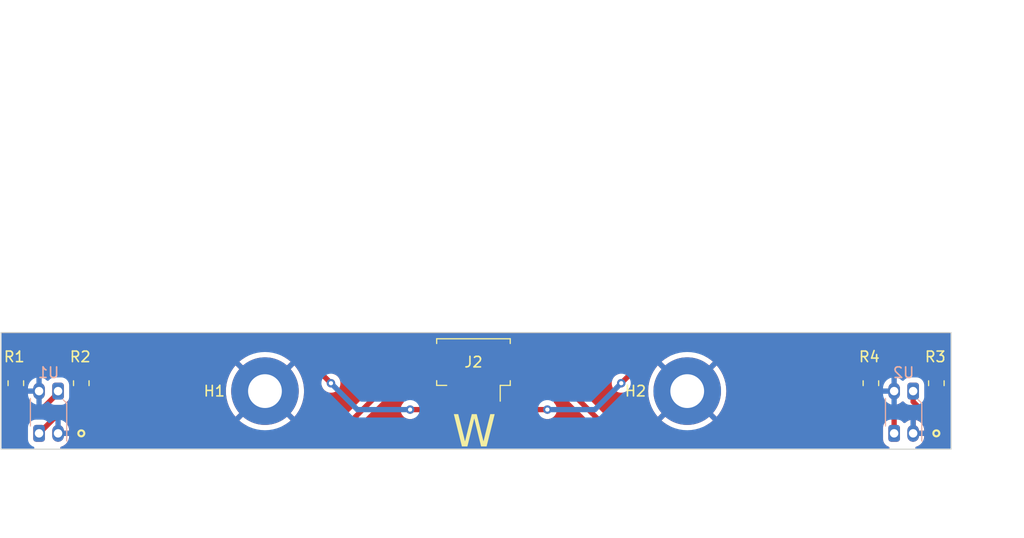
<source format=kicad_pcb>
(kicad_pcb (version 20240108) (generator "pcbnew") (generator_version "8.0")
  (layers (0 "F.Cu" signal) (31 "B.Cu" signal) (34 "B.Paste" user) (35 "F.Paste" user) (36 "B.SilkS" user "B.Silkscreen") (37 "F.SilkS" user "F.Silkscreen") (38 "B.Mask" user) (39 "F.Mask" user) (44 "Edge.Cuts" user))
  (net 0 "")
  (net 1 "Net-(U1-A)")
  (net 2 "+3V3")
  (net 3 "QRE1113 A")
  (net 4 "Net-(U2-A)")
  (net 5 "QRE1113 B")
  (net 6 "GND")
  (footprint "MountingHole:MountingHole_3.2mm_M3_Pad" (layer "F.Cu") (at 117.5 68)
    (property "Reference" "H1" (at -4.8 0 0) (layer "F.SilkS"))
    (property "Value" "M3")
    (pad "1" thru_hole circle (at 0 0) (size 6.4 6.4) (drill 3.2) (layers "*.Cu" "*.Mask") (net 6 "GND"))
  )
  (footprint "Resistor_SMD:R_0805_2012Metric_Pad1.20x1.40mm_HandSolder" (layer "F.Cu") (at 181.1 67.25 90)
    (property "Reference" "R3" (at 2.5 -0.1 180) (layer "F.SilkS"))
    (property "Value" "100")
    (fp_line (start -0.227064 -0.735) (end 0.227064 -0.735) (stroke (width 0.12)) (layer "F.SilkS"))
    (fp_line (start -0.227064 0.735) (end 0.227064 0.735) (stroke (width 0.12)) (layer "F.SilkS"))
    (pad "1" smd roundrect (at -1 0 90) (size 1.2 1.4) (layers "F.Cu" "F.Paste" "F.Mask") (roundrect_rratio 0.208333) (net 4 "Net-(U2-A)"))
    (pad "2" smd roundrect (at 1 0 90) (size 1.2 1.4) (layers "F.Cu" "F.Paste" "F.Mask") (roundrect_rratio 0.208333) (net 2 "+3V3"))
  )
  (footprint "MountingHole:MountingHole_3.2mm_M3_Pad" (layer "F.Cu") (at 157.5 68)
    (property "Reference" "H2" (at -4.9 0 0) (layer "F.SilkS"))
    (property "Value" "M3")
    (pad "1" thru_hole circle (at 0 0) (size 6.4 6.4) (drill 3.2) (layers "*.Cu" "*.Mask") (net 6 "GND"))
  )
  (footprint "Resistor_SMD:R_0805_2012Metric_Pad1.20x1.40mm_HandSolder" (layer "F.Cu") (at 174.9 67.25 -90)
    (property "Reference" "R4" (at -2.5 0.15 0) (layer "F.SilkS"))
    (property "Value" "10k")
    (fp_line (start -0.227064 0.735) (end 0.227064 0.735) (stroke (width 0.12)) (layer "F.SilkS"))
    (fp_line (start -0.227064 -0.735) (end 0.227064 -0.735) (stroke (width 0.12)) (layer "F.SilkS"))
    (pad "1" smd roundrect (at -1 0 270) (size 1.2 1.4) (layers "F.Cu" "F.Paste" "F.Mask") (roundrect_rratio 0.208333) (net 2 "+3V3"))
    (pad "2" smd roundrect (at 1 0 270) (size 1.2 1.4) (layers "F.Cu" "F.Paste" "F.Mask") (roundrect_rratio 0.208333) (net 5 "QRE1113 B"))
  )
  (footprint "Connector_Molex:Molex_PicoBlade_53261-0471_1x04-1MP_P1.25mm_Horizontal" (layer "F.Cu") (at 137.25 65.75 180)
    (property "Reference" "J2" (at 0 0.5 0) (layer "F.SilkS"))
    (property "Value" "Conn_01x04_Pin" (hide yes))
    (fp_line (start 3.485 2.71) (end 3.485 2.26) (stroke (width 0.12)) (layer "F.SilkS"))
    (fp_line (start 3.485 -1.26) (end 3.485 -1.71) (stroke (width 0.12)) (layer "F.SilkS"))
    (fp_line (start 3.485 -1.71) (end 2.535 -1.71) (stroke (width 0.12)) (layer "F.SilkS"))
    (fp_line (start -2.535 -1.71) (end -2.535 -3.2) (stroke (width 0.12)) (layer "F.SilkS"))
    (fp_line (start -3.485 2.71) (end 3.485 2.71) (stroke (width 0.12)) (layer "F.SilkS"))
    (fp_line (start -3.485 2.26) (end -3.485 2.71) (stroke (width 0.12)) (layer "F.SilkS"))
    (fp_line (start -3.485 -1.26) (end -3.485 -1.71) (stroke (width 0.12)) (layer "F.SilkS"))
    (fp_line (start -3.485 -1.71) (end -2.535 -1.71) (stroke (width 0.12)) (layer "F.SilkS"))
    (pad "1" smd roundrect (at -1.875 -2.4 180) (size 0.8 1.6) (layers "F.Cu" "F.Paste" "F.Mask") (net 5 "QRE1113 B"))
    (pad "2" smd roundrect (at -0.625 -2.4 180) (size 0.8 1.6) (layers "F.Cu" "F.Paste" "F.Mask") (net 2 "+3V3"))
    (pad "3" smd roundrect (at 0.625 -2.4 180) (size 0.8 1.6) (layers "F.Cu" "F.Paste" "F.Mask") (net 6 "GND"))
    (pad "4" smd roundrect (at 1.875 -2.4 180) (size 0.8 1.6) (layers "F.Cu" "F.Paste" "F.Mask") (net 3 "QRE1113 A"))
    (pad "MP" smd roundrect (at -4.425 0.5 180) (size 2.1 3) (layers "F.Cu" "F.Paste" "F.Mask") (roundrect_rratio 0.119048))
    (pad "MP" smd roundrect (at 4.425 0.5 180) (size 2.1 3) (layers "F.Cu" "F.Paste" "F.Mask") (roundrect_rratio 0.119048))
  )
  (footprint "Resistor_SMD:R_0805_2012Metric_Pad1.20x1.40mm_HandSolder" (layer "F.Cu") (at 93.9 67.25 90)
    (property "Reference" "R1" (at 2.5 -0.15 180) (layer "F.SilkS"))
    (property "Value" "100")
    (fp_line (start -0.227064 -0.735) (end 0.227064 -0.735) (stroke (width 0.12)) (layer "F.SilkS"))
    (fp_line (start -0.227064 0.735) (end 0.227064 0.735) (stroke (width 0.12)) (layer "F.SilkS"))
    (pad "1" smd roundrect (at -1 0 90) (size 1.2 1.4) (layers "F.Cu" "F.Paste" "F.Mask") (roundrect_rratio 0.208333) (net 1 "Net-(U1-A)"))
    (pad "2" smd roundrect (at 1 0 90) (size 1.2 1.4) (layers "F.Cu" "F.Paste" "F.Mask") (roundrect_rratio 0.208333) (net 2 "+3V3"))
  )
  (footprint "Resistor_SMD:R_0805_2012Metric_Pad1.20x1.40mm_HandSolder" (layer "F.Cu") (at 100.1 67.25 -90)
    (property "Reference" "R2" (at -2.5 0.1 0) (layer "F.SilkS"))
    (property "Value" "10k")
    (fp_line (start -0.227064 0.735) (end 0.227064 0.735) (stroke (width 0.12)) (layer "F.SilkS"))
    (fp_line (start -0.227064 -0.735) (end 0.227064 -0.735) (stroke (width 0.12)) (layer "F.SilkS"))
    (pad "1" smd roundrect (at -1 0 270) (size 1.2 1.4) (layers "F.Cu" "F.Paste" "F.Mask") (roundrect_rratio 0.208333) (net 2 "+3V3"))
    (pad "2" smd roundrect (at 1 0 270) (size 1.2 1.4) (layers "F.Cu" "F.Paste" "F.Mask") (roundrect_rratio 0.208333) (net 3 "QRE1113 A"))
  )
  (footprint "qre_miniboard_library:OnSemi_CASE100AQ - QRE1113" (layer "B.Cu") (at 178.9 68 180)
    (property "Reference" "U2" (at 0.9 1.75 180) (layer "B.SilkS") (effects (justify mirror)))
    (property "Value" "QRE1113" (hide yes))
    (fp_line (start 2.62 -3.3) (end 2.62 -0.7) (stroke (width 0.12)) (layer "B.SilkS"))
    (fp_line (start -0.49 -0.82) (end -0.82 -1.15) (stroke (width 0.12)) (layer "B.SilkS"))
    (fp_line (start -0.82 -1.15) (end -0.82 -4.73) (stroke (width 0.12)) (layer "B.SilkS"))
    (pad "1" thru_hole roundrect (at 0 0 180) (size 1.1 1.6) (drill 0.8) (layers "*.Cu" "*.Mask") (net 4 "Net-(U2-A)"))
    (pad "2" thru_hole oval (at 0 -4 180) (size 1.1 1.6) (drill 0.8) (layers "*.Cu" "*.Mask") (net 6 "GND"))
    (pad "3" thru_hole roundrect (at 1.8 -4 180) (size 1.1 1.6) (drill 0.8) (layers "*.Cu" "*.Mask") (net 5 "QRE1113 B"))
    (pad "4" thru_hole oval (at 1.8 0 180) (size 1.1 1.6) (drill 0.8) (layers "*.Cu" "*.Mask") (net 6 "GND"))
  )
  (footprint "qre_miniboard_library:OnSemi_CASE100AQ - QRE1113" (layer "B.Cu") (at 97.9 68 180)
    (property "Reference" "U1" (at 0.9 1.75 180) (layer "B.SilkS") (effects (justify mirror)))
    (property "Value" "QRE1113" (hide yes))
    (fp_line (start 2.62 -3.3) (end 2.62 -0.7) (stroke (width 0.12)) (layer "B.SilkS"))
    (fp_line (start -0.49 -0.82) (end -0.82 -1.15) (stroke (width 0.12)) (layer "B.SilkS"))
    (fp_line (start -0.82 -1.15) (end -0.82 -4.73) (stroke (width 0.12)) (layer "B.SilkS"))
    (pad "1" thru_hole roundrect (at 0 0 180) (size 1.1 1.6) (drill 0.8) (layers "*.Cu" "*.Mask") (net 1 "Net-(U1-A)"))
    (pad "2" thru_hole oval (at 0 -4 180) (size 1.1 1.6) (drill 0.8) (layers "*.Cu" "*.Mask") (net 6 "GND"))
    (pad "3" thru_hole roundrect (at 1.8 -4 180) (size 1.1 1.6) (drill 0.8) (layers "*.Cu" "*.Mask") (net 3 "QRE1113 A"))
    (pad "4" thru_hole oval (at 1.8 0 180) (size 1.1 1.6) (drill 0.8) (layers "*.Cu" "*.Mask") (net 6 "GND"))
  )
  (gr_circle (center 100.1 72) (end 100.382843 72) (stroke (width 0.2)) (fill none) (layer "F.SilkS"))
  (gr_circle (center 181.1 72) (end 181.382843 72) (stroke (width 0.2)) (fill none) (layer "F.SilkS"))
  (gr_rect (start 92.5 62.45) (end 182.5 73.5) (stroke (width 0.1)) (fill none) (layer "Edge.Cuts"))
  (gr_text "W" (at 135.25 73.75 0) (layer "F.SilkS") (effects (font (size 3 3)) (justify left bottom)))
  (segment (start 93.9 68.25) (end 93.9 68.9) (width 0.5) (layer "F.Cu") (net 1))
  (segment (start 97.9 68.175) (end 97.9 68) (width 0.5) (layer "F.Cu") (net 1))
  (segment (start 93.9 68.9) (end 94.75 69.75) (width 0.5) (layer "F.Cu") (net 1))
  (segment (start 94.75 69.75) (end 96.325 69.75) (width 0.5) (layer "F.Cu") (net 1))
  (segment (start 96.325 69.75) (end 97.9 68.175) (width 0.5) (layer "F.Cu") (net 1))
  (segment (start 137.875 68.119239) (end 137.875 67.65) (width 0.5) (layer "F.Cu") (net 2))
  (segment (start 137.875 68.625) (end 137.875 68.375) (width 0.5) (layer "F.Cu") (net 2))
  (segment (start 104.35 63.75) (end 101.85 66.25) (width 0.5) (layer "F.Cu") (net 2))
  (segment (start 123.75 67.25) (end 120.25 63.75) (width 0.5) (layer "F.Cu") (net 2))
  (segment (start 137 69.75) (end 137.875 68.875) (width 0.5) (layer "F.Cu") (net 2))
  (segment (start 137.875 68.875) (end 137.875 68.625) (width 0.5) (layer "F.Cu") (net 2))
  (segment (start 120.25 63.75) (end 104.35 63.75) (width 0.5) (layer "F.Cu") (net 2))
  (segment (start 131.25 69.75) (end 137 69.75) (width 0.5) (layer "F.Cu") (net 2))
  (segment (start 174.9 66.25) (end 173.35 66.25) (width 0.5) (layer "F.Cu") (net 2))
  (segment (start 101.85 66.25) (end 100.1 66.25) (width 0.5) (layer "F.Cu") (net 2))
  (segment (start 154.75 63.75) (end 151.25 67.25) (width 0.5) (layer "F.Cu") (net 2))
  (segment (start 144.25 69.75) (end 138.75 69.75) (width 0.5) (layer "F.Cu") (net 2))
  (segment (start 174.9 66.25) (end 181.1 66.25) (width 0.5) (layer "F.Cu") (net 2))
  (segment (start 170.85 63.75) (end 154.75 63.75) (width 0.5) (layer "F.Cu") (net 2))
  (segment (start 138.75 69.75) (end 137.875 68.875) (width 0.5) (layer "F.Cu") (net 2))
  (segment (start 137.875 68.375) (end 137.875 68.119239) (width 0.5) (layer "F.Cu") (net 2))
  (segment (start 100.1 66.25) (end 93.9 66.25) (width 0.5) (layer "F.Cu") (net 2))
  (segment (start 173.35 66.25) (end 170.85 63.75) (width 0.5) (layer "F.Cu") (net 2))
  (via (at 151.25 67.25) (size 0.8) (drill 0.4) (layers "F.Cu" "B.Cu") (net 2))
  (via (at 144.25 69.75) (size 0.8) (drill 0.4) (layers "F.Cu" "B.Cu") (net 2))
  (via (at 123.75 67.25) (size 0.8) (drill 0.4) (layers "F.Cu" "B.Cu") (net 2))
  (via (at 131.25 69.75) (size 0.8) (drill 0.4) (layers "F.Cu" "B.Cu") (net 2))
  (segment (start 148.75 69.75) (end 151.25 67.25) (width 0.5) (layer "B.Cu") (net 2))
  (segment (start 131.25 69.75) (end 126.25 69.75) (width 0.5) (layer "B.Cu") (net 2))
  (segment (start 126.25 69.75) (end 123.75 67.25) (width 0.5) (layer "B.Cu") (net 2))
  (segment (start 144.25 69.75) (end 148.75 69.75) (width 0.5) (layer "B.Cu") (net 2))
  (segment (start 100.35 68.25) (end 100.1 68.25) (width 0.5) (layer "F.Cu") (net 3))
  (segment (start 128.35 68.15) (end 124.25 72.25) (width 0.5) (layer "F.Cu") (net 3))
  (segment (start 135.375 68.15) (end 128.35 68.15) (width 0.5) (layer "F.Cu") (net 3))
  (segment (start 104.35 72.25) (end 100.35 68.25) (width 0.5) (layer "F.Cu") (net 3))
  (segment (start 124.25 72.25) (end 104.35 72.25) (width 0.5) (layer "F.Cu") (net 3))
  (segment (start 100.1 68.25) (end 99.85 68.25) (width 0.5) (layer "F.Cu") (net 3))
  (segment (start 99.85 68.25) (end 96.1 72) (width 0.5) (layer "F.Cu") (net 3))
  (segment (start 180.6 69.65) (end 179.55 69.65) (width 0.5) (layer "F.Cu") (net 4))
  (segment (start 181.1 68.25) (end 181.1 69.15) (width 0.5) (layer "F.Cu") (net 4))
  (segment (start 178.9 69) (end 178.9 68) (width 0.5) (layer "F.Cu") (net 4))
  (segment (start 178.9 68) (end 178.9 67.8) (width 0.5) (layer "F.Cu") (net 4))
  (segment (start 181.1 69.15) (end 180.6 69.65) (width 0.5) (layer "F.Cu") (net 4))
  (segment (start 179.55 69.65) (end 178.9 69) (width 0.5) (layer "F.Cu") (net 4))
  (segment (start 174.9 68.25) (end 177.1 70.45) (width 0.5) (layer "F.Cu") (net 5))
  (segment (start 170.9 72.25) (end 150.6375 72.25) (width 0.5) (layer "F.Cu") (net 5))
  (segment (start 146.5375 68.15) (end 139.125 68.15) (width 0.5) (layer "F.Cu") (net 5))
  (segment (start 174.9 68.25) (end 170.9 72.25) (width 0.5) (layer "F.Cu") (net 5))
  (segment (start 150.6375 72.25) (end 146.5375 68.15) (width 0.5) (layer "F.Cu") (net 5))
  (segment (start 177.1 70.45) (end 177.1 72) (width 0.5) (layer "F.Cu") (net 5))
  (zone (net 6) (net_name "GND") (layers "F&B.Cu") (connect_pads (clearance 0.5)) (min_thickness 0.25) (fill yes (thermal_gap 0.5) (thermal_bridge_width 0.5))
    (polygon (pts (xy 182.5 73.5) (xy 92.5 73.5) (xy 92.5 62.5) (xy 182.5 62.5)))
  )
)
</source>
